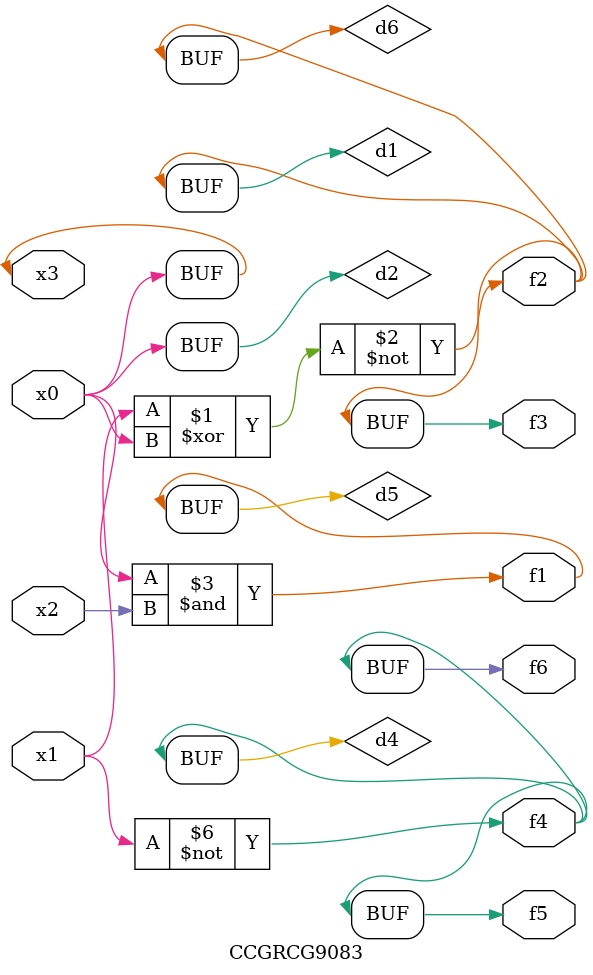
<source format=v>
module CCGRCG9083(
	input x0, x1, x2, x3,
	output f1, f2, f3, f4, f5, f6
);

	wire d1, d2, d3, d4, d5, d6;

	xnor (d1, x1, x3);
	buf (d2, x0, x3);
	nand (d3, x0, x2);
	not (d4, x1);
	nand (d5, d3);
	or (d6, d1);
	assign f1 = d5;
	assign f2 = d6;
	assign f3 = d6;
	assign f4 = d4;
	assign f5 = d4;
	assign f6 = d4;
endmodule

</source>
